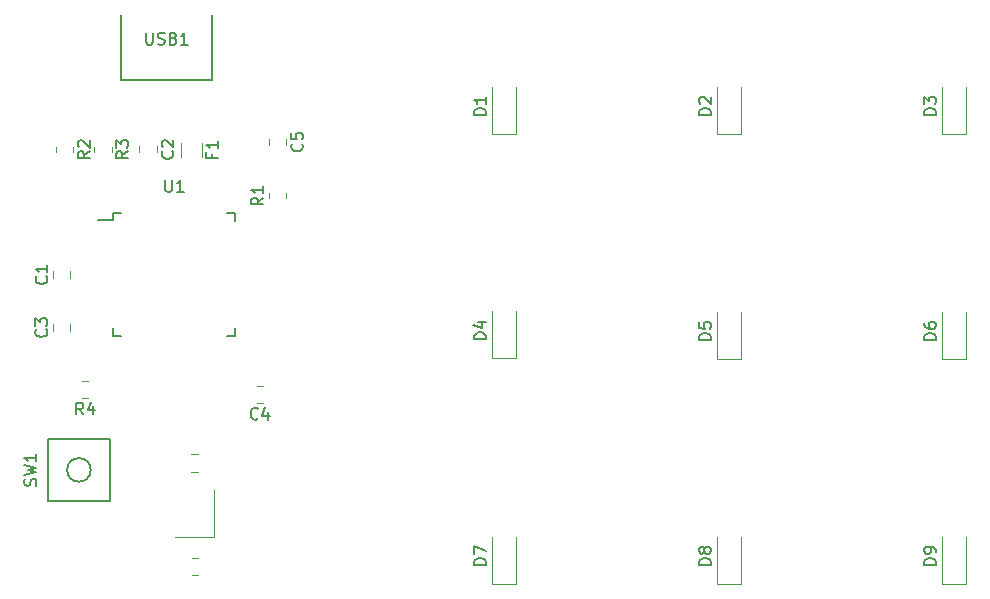
<source format=gbr>
%TF.GenerationSoftware,KiCad,Pcbnew,7.0.6*%
%TF.CreationDate,2023-07-30T22:10:22+02:00*%
%TF.ProjectId,Macropad,4d616372-6f70-4616-942e-6b696361645f,rev?*%
%TF.SameCoordinates,Original*%
%TF.FileFunction,Legend,Top*%
%TF.FilePolarity,Positive*%
%FSLAX46Y46*%
G04 Gerber Fmt 4.6, Leading zero omitted, Abs format (unit mm)*
G04 Created by KiCad (PCBNEW 7.0.6) date 2023-07-30 22:10:22*
%MOMM*%
%LPD*%
G01*
G04 APERTURE LIST*
%ADD10C,0.150000*%
%ADD11C,0.120000*%
G04 APERTURE END LIST*
D10*
X57180400Y-81344532D02*
X57228019Y-81201675D01*
X57228019Y-81201675D02*
X57228019Y-80963580D01*
X57228019Y-80963580D02*
X57180400Y-80868342D01*
X57180400Y-80868342D02*
X57132780Y-80820723D01*
X57132780Y-80820723D02*
X57037542Y-80773104D01*
X57037542Y-80773104D02*
X56942304Y-80773104D01*
X56942304Y-80773104D02*
X56847066Y-80820723D01*
X56847066Y-80820723D02*
X56799447Y-80868342D01*
X56799447Y-80868342D02*
X56751828Y-80963580D01*
X56751828Y-80963580D02*
X56704209Y-81154056D01*
X56704209Y-81154056D02*
X56656590Y-81249294D01*
X56656590Y-81249294D02*
X56608971Y-81296913D01*
X56608971Y-81296913D02*
X56513733Y-81344532D01*
X56513733Y-81344532D02*
X56418495Y-81344532D01*
X56418495Y-81344532D02*
X56323257Y-81296913D01*
X56323257Y-81296913D02*
X56275638Y-81249294D01*
X56275638Y-81249294D02*
X56228019Y-81154056D01*
X56228019Y-81154056D02*
X56228019Y-80915961D01*
X56228019Y-80915961D02*
X56275638Y-80773104D01*
X56228019Y-80439770D02*
X57228019Y-80201675D01*
X57228019Y-80201675D02*
X56513733Y-80011199D01*
X56513733Y-80011199D02*
X57228019Y-79820723D01*
X57228019Y-79820723D02*
X56228019Y-79582628D01*
X57228019Y-78677866D02*
X57228019Y-79249294D01*
X57228019Y-78963580D02*
X56228019Y-78963580D01*
X56228019Y-78963580D02*
X56370876Y-79058818D01*
X56370876Y-79058818D02*
X56466114Y-79154056D01*
X56466114Y-79154056D02*
X56513733Y-79249294D01*
X64995219Y-53049466D02*
X64519028Y-53382799D01*
X64995219Y-53620894D02*
X63995219Y-53620894D01*
X63995219Y-53620894D02*
X63995219Y-53239942D01*
X63995219Y-53239942D02*
X64042838Y-53144704D01*
X64042838Y-53144704D02*
X64090457Y-53097085D01*
X64090457Y-53097085D02*
X64185695Y-53049466D01*
X64185695Y-53049466D02*
X64328552Y-53049466D01*
X64328552Y-53049466D02*
X64423790Y-53097085D01*
X64423790Y-53097085D02*
X64471409Y-53144704D01*
X64471409Y-53144704D02*
X64519028Y-53239942D01*
X64519028Y-53239942D02*
X64519028Y-53620894D01*
X63995219Y-52716132D02*
X63995219Y-52097085D01*
X63995219Y-52097085D02*
X64376171Y-52430418D01*
X64376171Y-52430418D02*
X64376171Y-52287561D01*
X64376171Y-52287561D02*
X64423790Y-52192323D01*
X64423790Y-52192323D02*
X64471409Y-52144704D01*
X64471409Y-52144704D02*
X64566647Y-52097085D01*
X64566647Y-52097085D02*
X64804742Y-52097085D01*
X64804742Y-52097085D02*
X64899980Y-52144704D01*
X64899980Y-52144704D02*
X64947600Y-52192323D01*
X64947600Y-52192323D02*
X64995219Y-52287561D01*
X64995219Y-52287561D02*
X64995219Y-52573275D01*
X64995219Y-52573275D02*
X64947600Y-52668513D01*
X64947600Y-52668513D02*
X64899980Y-52716132D01*
X66524405Y-42999319D02*
X66524405Y-43808842D01*
X66524405Y-43808842D02*
X66572024Y-43904080D01*
X66572024Y-43904080D02*
X66619643Y-43951700D01*
X66619643Y-43951700D02*
X66714881Y-43999319D01*
X66714881Y-43999319D02*
X66905357Y-43999319D01*
X66905357Y-43999319D02*
X67000595Y-43951700D01*
X67000595Y-43951700D02*
X67048214Y-43904080D01*
X67048214Y-43904080D02*
X67095833Y-43808842D01*
X67095833Y-43808842D02*
X67095833Y-42999319D01*
X67524405Y-43951700D02*
X67667262Y-43999319D01*
X67667262Y-43999319D02*
X67905357Y-43999319D01*
X67905357Y-43999319D02*
X68000595Y-43951700D01*
X68000595Y-43951700D02*
X68048214Y-43904080D01*
X68048214Y-43904080D02*
X68095833Y-43808842D01*
X68095833Y-43808842D02*
X68095833Y-43713604D01*
X68095833Y-43713604D02*
X68048214Y-43618366D01*
X68048214Y-43618366D02*
X68000595Y-43570747D01*
X68000595Y-43570747D02*
X67905357Y-43523128D01*
X67905357Y-43523128D02*
X67714881Y-43475509D01*
X67714881Y-43475509D02*
X67619643Y-43427890D01*
X67619643Y-43427890D02*
X67572024Y-43380271D01*
X67572024Y-43380271D02*
X67524405Y-43285033D01*
X67524405Y-43285033D02*
X67524405Y-43189795D01*
X67524405Y-43189795D02*
X67572024Y-43094557D01*
X67572024Y-43094557D02*
X67619643Y-43046938D01*
X67619643Y-43046938D02*
X67714881Y-42999319D01*
X67714881Y-42999319D02*
X67952976Y-42999319D01*
X67952976Y-42999319D02*
X68095833Y-43046938D01*
X68857738Y-43475509D02*
X69000595Y-43523128D01*
X69000595Y-43523128D02*
X69048214Y-43570747D01*
X69048214Y-43570747D02*
X69095833Y-43665985D01*
X69095833Y-43665985D02*
X69095833Y-43808842D01*
X69095833Y-43808842D02*
X69048214Y-43904080D01*
X69048214Y-43904080D02*
X69000595Y-43951700D01*
X69000595Y-43951700D02*
X68905357Y-43999319D01*
X68905357Y-43999319D02*
X68524405Y-43999319D01*
X68524405Y-43999319D02*
X68524405Y-42999319D01*
X68524405Y-42999319D02*
X68857738Y-42999319D01*
X68857738Y-42999319D02*
X68952976Y-43046938D01*
X68952976Y-43046938D02*
X69000595Y-43094557D01*
X69000595Y-43094557D02*
X69048214Y-43189795D01*
X69048214Y-43189795D02*
X69048214Y-43285033D01*
X69048214Y-43285033D02*
X69000595Y-43380271D01*
X69000595Y-43380271D02*
X68952976Y-43427890D01*
X68952976Y-43427890D02*
X68857738Y-43475509D01*
X68857738Y-43475509D02*
X68524405Y-43475509D01*
X70048214Y-43999319D02*
X69476786Y-43999319D01*
X69762500Y-43999319D02*
X69762500Y-42999319D01*
X69762500Y-42999319D02*
X69667262Y-43142176D01*
X69667262Y-43142176D02*
X69572024Y-43237414D01*
X69572024Y-43237414D02*
X69476786Y-43285033D01*
X68150595Y-55473569D02*
X68150595Y-56283092D01*
X68150595Y-56283092D02*
X68198214Y-56378330D01*
X68198214Y-56378330D02*
X68245833Y-56425950D01*
X68245833Y-56425950D02*
X68341071Y-56473569D01*
X68341071Y-56473569D02*
X68531547Y-56473569D01*
X68531547Y-56473569D02*
X68626785Y-56425950D01*
X68626785Y-56425950D02*
X68674404Y-56378330D01*
X68674404Y-56378330D02*
X68722023Y-56283092D01*
X68722023Y-56283092D02*
X68722023Y-55473569D01*
X69722023Y-56473569D02*
X69150595Y-56473569D01*
X69436309Y-56473569D02*
X69436309Y-55473569D01*
X69436309Y-55473569D02*
X69341071Y-55616426D01*
X69341071Y-55616426D02*
X69245833Y-55711664D01*
X69245833Y-55711664D02*
X69150595Y-55759283D01*
X61201633Y-75307619D02*
X60868300Y-74831428D01*
X60630205Y-75307619D02*
X60630205Y-74307619D01*
X60630205Y-74307619D02*
X61011157Y-74307619D01*
X61011157Y-74307619D02*
X61106395Y-74355238D01*
X61106395Y-74355238D02*
X61154014Y-74402857D01*
X61154014Y-74402857D02*
X61201633Y-74498095D01*
X61201633Y-74498095D02*
X61201633Y-74640952D01*
X61201633Y-74640952D02*
X61154014Y-74736190D01*
X61154014Y-74736190D02*
X61106395Y-74783809D01*
X61106395Y-74783809D02*
X61011157Y-74831428D01*
X61011157Y-74831428D02*
X60630205Y-74831428D01*
X62058776Y-74640952D02*
X62058776Y-75307619D01*
X61820681Y-74260000D02*
X61582586Y-74974285D01*
X61582586Y-74974285D02*
X62201633Y-74974285D01*
X61744019Y-53047566D02*
X61267828Y-53380899D01*
X61744019Y-53618994D02*
X60744019Y-53618994D01*
X60744019Y-53618994D02*
X60744019Y-53238042D01*
X60744019Y-53238042D02*
X60791638Y-53142804D01*
X60791638Y-53142804D02*
X60839257Y-53095185D01*
X60839257Y-53095185D02*
X60934495Y-53047566D01*
X60934495Y-53047566D02*
X61077352Y-53047566D01*
X61077352Y-53047566D02*
X61172590Y-53095185D01*
X61172590Y-53095185D02*
X61220209Y-53142804D01*
X61220209Y-53142804D02*
X61267828Y-53238042D01*
X61267828Y-53238042D02*
X61267828Y-53618994D01*
X60839257Y-52666613D02*
X60791638Y-52618994D01*
X60791638Y-52618994D02*
X60744019Y-52523756D01*
X60744019Y-52523756D02*
X60744019Y-52285661D01*
X60744019Y-52285661D02*
X60791638Y-52190423D01*
X60791638Y-52190423D02*
X60839257Y-52142804D01*
X60839257Y-52142804D02*
X60934495Y-52095185D01*
X60934495Y-52095185D02*
X61029733Y-52095185D01*
X61029733Y-52095185D02*
X61172590Y-52142804D01*
X61172590Y-52142804D02*
X61744019Y-52714232D01*
X61744019Y-52714232D02*
X61744019Y-52095185D01*
X76448569Y-56959166D02*
X75972378Y-57292499D01*
X76448569Y-57530594D02*
X75448569Y-57530594D01*
X75448569Y-57530594D02*
X75448569Y-57149642D01*
X75448569Y-57149642D02*
X75496188Y-57054404D01*
X75496188Y-57054404D02*
X75543807Y-57006785D01*
X75543807Y-57006785D02*
X75639045Y-56959166D01*
X75639045Y-56959166D02*
X75781902Y-56959166D01*
X75781902Y-56959166D02*
X75877140Y-57006785D01*
X75877140Y-57006785D02*
X75924759Y-57054404D01*
X75924759Y-57054404D02*
X75972378Y-57149642D01*
X75972378Y-57149642D02*
X75972378Y-57530594D01*
X76448569Y-56006785D02*
X76448569Y-56578213D01*
X76448569Y-56292499D02*
X75448569Y-56292499D01*
X75448569Y-56292499D02*
X75591426Y-56387737D01*
X75591426Y-56387737D02*
X75686664Y-56482975D01*
X75686664Y-56482975D02*
X75734283Y-56578213D01*
X72109009Y-53244533D02*
X72109009Y-53577866D01*
X72632819Y-53577866D02*
X71632819Y-53577866D01*
X71632819Y-53577866D02*
X71632819Y-53101676D01*
X72632819Y-52196914D02*
X72632819Y-52768342D01*
X72632819Y-52482628D02*
X71632819Y-52482628D01*
X71632819Y-52482628D02*
X71775676Y-52577866D01*
X71775676Y-52577866D02*
X71870914Y-52673104D01*
X71870914Y-52673104D02*
X71918533Y-52768342D01*
X133392319Y-88050594D02*
X132392319Y-88050594D01*
X132392319Y-88050594D02*
X132392319Y-87812499D01*
X132392319Y-87812499D02*
X132439938Y-87669642D01*
X132439938Y-87669642D02*
X132535176Y-87574404D01*
X132535176Y-87574404D02*
X132630414Y-87526785D01*
X132630414Y-87526785D02*
X132820890Y-87479166D01*
X132820890Y-87479166D02*
X132963747Y-87479166D01*
X132963747Y-87479166D02*
X133154223Y-87526785D01*
X133154223Y-87526785D02*
X133249461Y-87574404D01*
X133249461Y-87574404D02*
X133344700Y-87669642D01*
X133344700Y-87669642D02*
X133392319Y-87812499D01*
X133392319Y-87812499D02*
X133392319Y-88050594D01*
X133392319Y-87002975D02*
X133392319Y-86812499D01*
X133392319Y-86812499D02*
X133344700Y-86717261D01*
X133344700Y-86717261D02*
X133297080Y-86669642D01*
X133297080Y-86669642D02*
X133154223Y-86574404D01*
X133154223Y-86574404D02*
X132963747Y-86526785D01*
X132963747Y-86526785D02*
X132582795Y-86526785D01*
X132582795Y-86526785D02*
X132487557Y-86574404D01*
X132487557Y-86574404D02*
X132439938Y-86622023D01*
X132439938Y-86622023D02*
X132392319Y-86717261D01*
X132392319Y-86717261D02*
X132392319Y-86907737D01*
X132392319Y-86907737D02*
X132439938Y-87002975D01*
X132439938Y-87002975D02*
X132487557Y-87050594D01*
X132487557Y-87050594D02*
X132582795Y-87098213D01*
X132582795Y-87098213D02*
X132820890Y-87098213D01*
X132820890Y-87098213D02*
X132916128Y-87050594D01*
X132916128Y-87050594D02*
X132963747Y-87002975D01*
X132963747Y-87002975D02*
X133011366Y-86907737D01*
X133011366Y-86907737D02*
X133011366Y-86717261D01*
X133011366Y-86717261D02*
X132963747Y-86622023D01*
X132963747Y-86622023D02*
X132916128Y-86574404D01*
X132916128Y-86574404D02*
X132820890Y-86526785D01*
X114342319Y-88050594D02*
X113342319Y-88050594D01*
X113342319Y-88050594D02*
X113342319Y-87812499D01*
X113342319Y-87812499D02*
X113389938Y-87669642D01*
X113389938Y-87669642D02*
X113485176Y-87574404D01*
X113485176Y-87574404D02*
X113580414Y-87526785D01*
X113580414Y-87526785D02*
X113770890Y-87479166D01*
X113770890Y-87479166D02*
X113913747Y-87479166D01*
X113913747Y-87479166D02*
X114104223Y-87526785D01*
X114104223Y-87526785D02*
X114199461Y-87574404D01*
X114199461Y-87574404D02*
X114294700Y-87669642D01*
X114294700Y-87669642D02*
X114342319Y-87812499D01*
X114342319Y-87812499D02*
X114342319Y-88050594D01*
X113770890Y-86907737D02*
X113723271Y-87002975D01*
X113723271Y-87002975D02*
X113675652Y-87050594D01*
X113675652Y-87050594D02*
X113580414Y-87098213D01*
X113580414Y-87098213D02*
X113532795Y-87098213D01*
X113532795Y-87098213D02*
X113437557Y-87050594D01*
X113437557Y-87050594D02*
X113389938Y-87002975D01*
X113389938Y-87002975D02*
X113342319Y-86907737D01*
X113342319Y-86907737D02*
X113342319Y-86717261D01*
X113342319Y-86717261D02*
X113389938Y-86622023D01*
X113389938Y-86622023D02*
X113437557Y-86574404D01*
X113437557Y-86574404D02*
X113532795Y-86526785D01*
X113532795Y-86526785D02*
X113580414Y-86526785D01*
X113580414Y-86526785D02*
X113675652Y-86574404D01*
X113675652Y-86574404D02*
X113723271Y-86622023D01*
X113723271Y-86622023D02*
X113770890Y-86717261D01*
X113770890Y-86717261D02*
X113770890Y-86907737D01*
X113770890Y-86907737D02*
X113818509Y-87002975D01*
X113818509Y-87002975D02*
X113866128Y-87050594D01*
X113866128Y-87050594D02*
X113961366Y-87098213D01*
X113961366Y-87098213D02*
X114151842Y-87098213D01*
X114151842Y-87098213D02*
X114247080Y-87050594D01*
X114247080Y-87050594D02*
X114294700Y-87002975D01*
X114294700Y-87002975D02*
X114342319Y-86907737D01*
X114342319Y-86907737D02*
X114342319Y-86717261D01*
X114342319Y-86717261D02*
X114294700Y-86622023D01*
X114294700Y-86622023D02*
X114247080Y-86574404D01*
X114247080Y-86574404D02*
X114151842Y-86526785D01*
X114151842Y-86526785D02*
X113961366Y-86526785D01*
X113961366Y-86526785D02*
X113866128Y-86574404D01*
X113866128Y-86574404D02*
X113818509Y-86622023D01*
X113818509Y-86622023D02*
X113770890Y-86717261D01*
X95292319Y-88050594D02*
X94292319Y-88050594D01*
X94292319Y-88050594D02*
X94292319Y-87812499D01*
X94292319Y-87812499D02*
X94339938Y-87669642D01*
X94339938Y-87669642D02*
X94435176Y-87574404D01*
X94435176Y-87574404D02*
X94530414Y-87526785D01*
X94530414Y-87526785D02*
X94720890Y-87479166D01*
X94720890Y-87479166D02*
X94863747Y-87479166D01*
X94863747Y-87479166D02*
X95054223Y-87526785D01*
X95054223Y-87526785D02*
X95149461Y-87574404D01*
X95149461Y-87574404D02*
X95244700Y-87669642D01*
X95244700Y-87669642D02*
X95292319Y-87812499D01*
X95292319Y-87812499D02*
X95292319Y-88050594D01*
X94292319Y-87145832D02*
X94292319Y-86479166D01*
X94292319Y-86479166D02*
X95292319Y-86907737D01*
X133392319Y-69000594D02*
X132392319Y-69000594D01*
X132392319Y-69000594D02*
X132392319Y-68762499D01*
X132392319Y-68762499D02*
X132439938Y-68619642D01*
X132439938Y-68619642D02*
X132535176Y-68524404D01*
X132535176Y-68524404D02*
X132630414Y-68476785D01*
X132630414Y-68476785D02*
X132820890Y-68429166D01*
X132820890Y-68429166D02*
X132963747Y-68429166D01*
X132963747Y-68429166D02*
X133154223Y-68476785D01*
X133154223Y-68476785D02*
X133249461Y-68524404D01*
X133249461Y-68524404D02*
X133344700Y-68619642D01*
X133344700Y-68619642D02*
X133392319Y-68762499D01*
X133392319Y-68762499D02*
X133392319Y-69000594D01*
X132392319Y-67572023D02*
X132392319Y-67762499D01*
X132392319Y-67762499D02*
X132439938Y-67857737D01*
X132439938Y-67857737D02*
X132487557Y-67905356D01*
X132487557Y-67905356D02*
X132630414Y-68000594D01*
X132630414Y-68000594D02*
X132820890Y-68048213D01*
X132820890Y-68048213D02*
X133201842Y-68048213D01*
X133201842Y-68048213D02*
X133297080Y-68000594D01*
X133297080Y-68000594D02*
X133344700Y-67952975D01*
X133344700Y-67952975D02*
X133392319Y-67857737D01*
X133392319Y-67857737D02*
X133392319Y-67667261D01*
X133392319Y-67667261D02*
X133344700Y-67572023D01*
X133344700Y-67572023D02*
X133297080Y-67524404D01*
X133297080Y-67524404D02*
X133201842Y-67476785D01*
X133201842Y-67476785D02*
X132963747Y-67476785D01*
X132963747Y-67476785D02*
X132868509Y-67524404D01*
X132868509Y-67524404D02*
X132820890Y-67572023D01*
X132820890Y-67572023D02*
X132773271Y-67667261D01*
X132773271Y-67667261D02*
X132773271Y-67857737D01*
X132773271Y-67857737D02*
X132820890Y-67952975D01*
X132820890Y-67952975D02*
X132868509Y-68000594D01*
X132868509Y-68000594D02*
X132963747Y-68048213D01*
X114342319Y-69000594D02*
X113342319Y-69000594D01*
X113342319Y-69000594D02*
X113342319Y-68762499D01*
X113342319Y-68762499D02*
X113389938Y-68619642D01*
X113389938Y-68619642D02*
X113485176Y-68524404D01*
X113485176Y-68524404D02*
X113580414Y-68476785D01*
X113580414Y-68476785D02*
X113770890Y-68429166D01*
X113770890Y-68429166D02*
X113913747Y-68429166D01*
X113913747Y-68429166D02*
X114104223Y-68476785D01*
X114104223Y-68476785D02*
X114199461Y-68524404D01*
X114199461Y-68524404D02*
X114294700Y-68619642D01*
X114294700Y-68619642D02*
X114342319Y-68762499D01*
X114342319Y-68762499D02*
X114342319Y-69000594D01*
X113342319Y-67524404D02*
X113342319Y-68000594D01*
X113342319Y-68000594D02*
X113818509Y-68048213D01*
X113818509Y-68048213D02*
X113770890Y-68000594D01*
X113770890Y-68000594D02*
X113723271Y-67905356D01*
X113723271Y-67905356D02*
X113723271Y-67667261D01*
X113723271Y-67667261D02*
X113770890Y-67572023D01*
X113770890Y-67572023D02*
X113818509Y-67524404D01*
X113818509Y-67524404D02*
X113913747Y-67476785D01*
X113913747Y-67476785D02*
X114151842Y-67476785D01*
X114151842Y-67476785D02*
X114247080Y-67524404D01*
X114247080Y-67524404D02*
X114294700Y-67572023D01*
X114294700Y-67572023D02*
X114342319Y-67667261D01*
X114342319Y-67667261D02*
X114342319Y-67905356D01*
X114342319Y-67905356D02*
X114294700Y-68000594D01*
X114294700Y-68000594D02*
X114247080Y-68048213D01*
X95292319Y-68938094D02*
X94292319Y-68938094D01*
X94292319Y-68938094D02*
X94292319Y-68699999D01*
X94292319Y-68699999D02*
X94339938Y-68557142D01*
X94339938Y-68557142D02*
X94435176Y-68461904D01*
X94435176Y-68461904D02*
X94530414Y-68414285D01*
X94530414Y-68414285D02*
X94720890Y-68366666D01*
X94720890Y-68366666D02*
X94863747Y-68366666D01*
X94863747Y-68366666D02*
X95054223Y-68414285D01*
X95054223Y-68414285D02*
X95149461Y-68461904D01*
X95149461Y-68461904D02*
X95244700Y-68557142D01*
X95244700Y-68557142D02*
X95292319Y-68699999D01*
X95292319Y-68699999D02*
X95292319Y-68938094D01*
X94625652Y-67509523D02*
X95292319Y-67509523D01*
X94244700Y-67747618D02*
X94958985Y-67985713D01*
X94958985Y-67985713D02*
X94958985Y-67366666D01*
X133392319Y-49950594D02*
X132392319Y-49950594D01*
X132392319Y-49950594D02*
X132392319Y-49712499D01*
X132392319Y-49712499D02*
X132439938Y-49569642D01*
X132439938Y-49569642D02*
X132535176Y-49474404D01*
X132535176Y-49474404D02*
X132630414Y-49426785D01*
X132630414Y-49426785D02*
X132820890Y-49379166D01*
X132820890Y-49379166D02*
X132963747Y-49379166D01*
X132963747Y-49379166D02*
X133154223Y-49426785D01*
X133154223Y-49426785D02*
X133249461Y-49474404D01*
X133249461Y-49474404D02*
X133344700Y-49569642D01*
X133344700Y-49569642D02*
X133392319Y-49712499D01*
X133392319Y-49712499D02*
X133392319Y-49950594D01*
X132392319Y-49045832D02*
X132392319Y-48426785D01*
X132392319Y-48426785D02*
X132773271Y-48760118D01*
X132773271Y-48760118D02*
X132773271Y-48617261D01*
X132773271Y-48617261D02*
X132820890Y-48522023D01*
X132820890Y-48522023D02*
X132868509Y-48474404D01*
X132868509Y-48474404D02*
X132963747Y-48426785D01*
X132963747Y-48426785D02*
X133201842Y-48426785D01*
X133201842Y-48426785D02*
X133297080Y-48474404D01*
X133297080Y-48474404D02*
X133344700Y-48522023D01*
X133344700Y-48522023D02*
X133392319Y-48617261D01*
X133392319Y-48617261D02*
X133392319Y-48902975D01*
X133392319Y-48902975D02*
X133344700Y-48998213D01*
X133344700Y-48998213D02*
X133297080Y-49045832D01*
X114342319Y-49950594D02*
X113342319Y-49950594D01*
X113342319Y-49950594D02*
X113342319Y-49712499D01*
X113342319Y-49712499D02*
X113389938Y-49569642D01*
X113389938Y-49569642D02*
X113485176Y-49474404D01*
X113485176Y-49474404D02*
X113580414Y-49426785D01*
X113580414Y-49426785D02*
X113770890Y-49379166D01*
X113770890Y-49379166D02*
X113913747Y-49379166D01*
X113913747Y-49379166D02*
X114104223Y-49426785D01*
X114104223Y-49426785D02*
X114199461Y-49474404D01*
X114199461Y-49474404D02*
X114294700Y-49569642D01*
X114294700Y-49569642D02*
X114342319Y-49712499D01*
X114342319Y-49712499D02*
X114342319Y-49950594D01*
X113437557Y-48998213D02*
X113389938Y-48950594D01*
X113389938Y-48950594D02*
X113342319Y-48855356D01*
X113342319Y-48855356D02*
X113342319Y-48617261D01*
X113342319Y-48617261D02*
X113389938Y-48522023D01*
X113389938Y-48522023D02*
X113437557Y-48474404D01*
X113437557Y-48474404D02*
X113532795Y-48426785D01*
X113532795Y-48426785D02*
X113628033Y-48426785D01*
X113628033Y-48426785D02*
X113770890Y-48474404D01*
X113770890Y-48474404D02*
X114342319Y-49045832D01*
X114342319Y-49045832D02*
X114342319Y-48426785D01*
X95292319Y-49950594D02*
X94292319Y-49950594D01*
X94292319Y-49950594D02*
X94292319Y-49712499D01*
X94292319Y-49712499D02*
X94339938Y-49569642D01*
X94339938Y-49569642D02*
X94435176Y-49474404D01*
X94435176Y-49474404D02*
X94530414Y-49426785D01*
X94530414Y-49426785D02*
X94720890Y-49379166D01*
X94720890Y-49379166D02*
X94863747Y-49379166D01*
X94863747Y-49379166D02*
X95054223Y-49426785D01*
X95054223Y-49426785D02*
X95149461Y-49474404D01*
X95149461Y-49474404D02*
X95244700Y-49569642D01*
X95244700Y-49569642D02*
X95292319Y-49712499D01*
X95292319Y-49712499D02*
X95292319Y-49950594D01*
X95292319Y-48426785D02*
X95292319Y-48998213D01*
X95292319Y-48712499D02*
X94292319Y-48712499D01*
X94292319Y-48712499D02*
X94435176Y-48807737D01*
X94435176Y-48807737D02*
X94530414Y-48902975D01*
X94530414Y-48902975D02*
X94578033Y-48998213D01*
X79712780Y-52404266D02*
X79760400Y-52451885D01*
X79760400Y-52451885D02*
X79808019Y-52594742D01*
X79808019Y-52594742D02*
X79808019Y-52689980D01*
X79808019Y-52689980D02*
X79760400Y-52832837D01*
X79760400Y-52832837D02*
X79665161Y-52928075D01*
X79665161Y-52928075D02*
X79569923Y-52975694D01*
X79569923Y-52975694D02*
X79379447Y-53023313D01*
X79379447Y-53023313D02*
X79236590Y-53023313D01*
X79236590Y-53023313D02*
X79046114Y-52975694D01*
X79046114Y-52975694D02*
X78950876Y-52928075D01*
X78950876Y-52928075D02*
X78855638Y-52832837D01*
X78855638Y-52832837D02*
X78808019Y-52689980D01*
X78808019Y-52689980D02*
X78808019Y-52594742D01*
X78808019Y-52594742D02*
X78855638Y-52451885D01*
X78855638Y-52451885D02*
X78903257Y-52404266D01*
X78808019Y-51499504D02*
X78808019Y-51975694D01*
X78808019Y-51975694D02*
X79284209Y-52023313D01*
X79284209Y-52023313D02*
X79236590Y-51975694D01*
X79236590Y-51975694D02*
X79188971Y-51880456D01*
X79188971Y-51880456D02*
X79188971Y-51642361D01*
X79188971Y-51642361D02*
X79236590Y-51547123D01*
X79236590Y-51547123D02*
X79284209Y-51499504D01*
X79284209Y-51499504D02*
X79379447Y-51451885D01*
X79379447Y-51451885D02*
X79617542Y-51451885D01*
X79617542Y-51451885D02*
X79712780Y-51499504D01*
X79712780Y-51499504D02*
X79760400Y-51547123D01*
X79760400Y-51547123D02*
X79808019Y-51642361D01*
X79808019Y-51642361D02*
X79808019Y-51880456D01*
X79808019Y-51880456D02*
X79760400Y-51975694D01*
X79760400Y-51975694D02*
X79712780Y-52023313D01*
X75997733Y-75648780D02*
X75950114Y-75696400D01*
X75950114Y-75696400D02*
X75807257Y-75744019D01*
X75807257Y-75744019D02*
X75712019Y-75744019D01*
X75712019Y-75744019D02*
X75569162Y-75696400D01*
X75569162Y-75696400D02*
X75473924Y-75601161D01*
X75473924Y-75601161D02*
X75426305Y-75505923D01*
X75426305Y-75505923D02*
X75378686Y-75315447D01*
X75378686Y-75315447D02*
X75378686Y-75172590D01*
X75378686Y-75172590D02*
X75426305Y-74982114D01*
X75426305Y-74982114D02*
X75473924Y-74886876D01*
X75473924Y-74886876D02*
X75569162Y-74791638D01*
X75569162Y-74791638D02*
X75712019Y-74744019D01*
X75712019Y-74744019D02*
X75807257Y-74744019D01*
X75807257Y-74744019D02*
X75950114Y-74791638D01*
X75950114Y-74791638D02*
X75997733Y-74839257D01*
X76854876Y-75077352D02*
X76854876Y-75744019D01*
X76616781Y-74696400D02*
X76378686Y-75410685D01*
X76378686Y-75410685D02*
X76997733Y-75410685D01*
X58064780Y-68121866D02*
X58112400Y-68169485D01*
X58112400Y-68169485D02*
X58160019Y-68312342D01*
X58160019Y-68312342D02*
X58160019Y-68407580D01*
X58160019Y-68407580D02*
X58112400Y-68550437D01*
X58112400Y-68550437D02*
X58017161Y-68645675D01*
X58017161Y-68645675D02*
X57921923Y-68693294D01*
X57921923Y-68693294D02*
X57731447Y-68740913D01*
X57731447Y-68740913D02*
X57588590Y-68740913D01*
X57588590Y-68740913D02*
X57398114Y-68693294D01*
X57398114Y-68693294D02*
X57302876Y-68645675D01*
X57302876Y-68645675D02*
X57207638Y-68550437D01*
X57207638Y-68550437D02*
X57160019Y-68407580D01*
X57160019Y-68407580D02*
X57160019Y-68312342D01*
X57160019Y-68312342D02*
X57207638Y-68169485D01*
X57207638Y-68169485D02*
X57255257Y-68121866D01*
X57160019Y-67788532D02*
X57160019Y-67169485D01*
X57160019Y-67169485D02*
X57540971Y-67502818D01*
X57540971Y-67502818D02*
X57540971Y-67359961D01*
X57540971Y-67359961D02*
X57588590Y-67264723D01*
X57588590Y-67264723D02*
X57636209Y-67217104D01*
X57636209Y-67217104D02*
X57731447Y-67169485D01*
X57731447Y-67169485D02*
X57969542Y-67169485D01*
X57969542Y-67169485D02*
X58064780Y-67217104D01*
X58064780Y-67217104D02*
X58112400Y-67264723D01*
X58112400Y-67264723D02*
X58160019Y-67359961D01*
X58160019Y-67359961D02*
X58160019Y-67645675D01*
X58160019Y-67645675D02*
X58112400Y-67740913D01*
X58112400Y-67740913D02*
X58064780Y-67788532D01*
X68739980Y-53034266D02*
X68787600Y-53081885D01*
X68787600Y-53081885D02*
X68835219Y-53224742D01*
X68835219Y-53224742D02*
X68835219Y-53319980D01*
X68835219Y-53319980D02*
X68787600Y-53462837D01*
X68787600Y-53462837D02*
X68692361Y-53558075D01*
X68692361Y-53558075D02*
X68597123Y-53605694D01*
X68597123Y-53605694D02*
X68406647Y-53653313D01*
X68406647Y-53653313D02*
X68263790Y-53653313D01*
X68263790Y-53653313D02*
X68073314Y-53605694D01*
X68073314Y-53605694D02*
X67978076Y-53558075D01*
X67978076Y-53558075D02*
X67882838Y-53462837D01*
X67882838Y-53462837D02*
X67835219Y-53319980D01*
X67835219Y-53319980D02*
X67835219Y-53224742D01*
X67835219Y-53224742D02*
X67882838Y-53081885D01*
X67882838Y-53081885D02*
X67930457Y-53034266D01*
X67930457Y-52653313D02*
X67882838Y-52605694D01*
X67882838Y-52605694D02*
X67835219Y-52510456D01*
X67835219Y-52510456D02*
X67835219Y-52272361D01*
X67835219Y-52272361D02*
X67882838Y-52177123D01*
X67882838Y-52177123D02*
X67930457Y-52129504D01*
X67930457Y-52129504D02*
X68025695Y-52081885D01*
X68025695Y-52081885D02*
X68120933Y-52081885D01*
X68120933Y-52081885D02*
X68263790Y-52129504D01*
X68263790Y-52129504D02*
X68835219Y-52700932D01*
X68835219Y-52700932D02*
X68835219Y-52081885D01*
X58067080Y-63635416D02*
X58114700Y-63683035D01*
X58114700Y-63683035D02*
X58162319Y-63825892D01*
X58162319Y-63825892D02*
X58162319Y-63921130D01*
X58162319Y-63921130D02*
X58114700Y-64063987D01*
X58114700Y-64063987D02*
X58019461Y-64159225D01*
X58019461Y-64159225D02*
X57924223Y-64206844D01*
X57924223Y-64206844D02*
X57733747Y-64254463D01*
X57733747Y-64254463D02*
X57590890Y-64254463D01*
X57590890Y-64254463D02*
X57400414Y-64206844D01*
X57400414Y-64206844D02*
X57305176Y-64159225D01*
X57305176Y-64159225D02*
X57209938Y-64063987D01*
X57209938Y-64063987D02*
X57162319Y-63921130D01*
X57162319Y-63921130D02*
X57162319Y-63825892D01*
X57162319Y-63825892D02*
X57209938Y-63683035D01*
X57209938Y-63683035D02*
X57257557Y-63635416D01*
X58162319Y-62683035D02*
X58162319Y-63254463D01*
X58162319Y-62968749D02*
X57162319Y-62968749D01*
X57162319Y-62968749D02*
X57305176Y-63063987D01*
X57305176Y-63063987D02*
X57400414Y-63159225D01*
X57400414Y-63159225D02*
X57448033Y-63254463D01*
%TO.C,SW1*%
X61837200Y-80011200D02*
G75*
G03*
X61837200Y-80011200I-1000000J0D01*
G01*
X58237200Y-77411200D02*
X63437200Y-77411200D01*
X58237200Y-82611200D02*
X58237200Y-77411200D01*
X63437200Y-82611200D02*
X58237200Y-82611200D01*
X63437200Y-77411200D02*
X63437200Y-82611200D01*
D11*
%TO.C,R3*%
X62155400Y-52655736D02*
X62155400Y-53109864D01*
X63625400Y-52655736D02*
X63625400Y-53109864D01*
%TO.C,Y1*%
X72275600Y-85707150D02*
X72275600Y-81707150D01*
X68975600Y-85707150D02*
X72275600Y-85707150D01*
D10*
%TO.C,USB1*%
X72112500Y-41512500D02*
X72112500Y-46962500D01*
X64412500Y-41512500D02*
X64412500Y-46962500D01*
X72112500Y-46962500D02*
X64412500Y-46962500D01*
%TO.C,U1*%
X63737500Y-58293750D02*
X63737500Y-58868750D01*
X74087500Y-58293750D02*
X73412500Y-58293750D01*
X63737500Y-58868750D02*
X62462500Y-58868750D01*
X74087500Y-68643750D02*
X73412500Y-68643750D01*
X63737500Y-58293750D02*
X64412500Y-58293750D01*
X74087500Y-58293750D02*
X74087500Y-58968750D01*
X74087500Y-68643750D02*
X74087500Y-67968750D01*
X63737500Y-68643750D02*
X64412500Y-68643750D01*
X63737500Y-68643750D02*
X63737500Y-67968750D01*
D11*
%TO.C,R4*%
X61595364Y-73937800D02*
X61141236Y-73937800D01*
X61595364Y-72467800D02*
X61141236Y-72467800D01*
%TO.C,R2*%
X60374200Y-52653836D02*
X60374200Y-53107964D01*
X58904200Y-52653836D02*
X58904200Y-53107964D01*
%TO.C,R1*%
X78378750Y-57019564D02*
X78378750Y-56565436D01*
X76908750Y-57019564D02*
X76908750Y-56565436D01*
%TO.C,F1*%
X69448000Y-52309136D02*
X69448000Y-53513264D01*
X71268000Y-52309136D02*
X71268000Y-53513264D01*
%TO.C,D9*%
X135937500Y-89672500D02*
X135937500Y-85662500D01*
X133937500Y-89672500D02*
X133937500Y-85662500D01*
X133937500Y-89672500D02*
X135937500Y-89672500D01*
%TO.C,D8*%
X116887500Y-89672500D02*
X116887500Y-85662500D01*
X114887500Y-89672500D02*
X114887500Y-85662500D01*
X114887500Y-89672500D02*
X116887500Y-89672500D01*
%TO.C,D7*%
X97837500Y-89672500D02*
X97837500Y-85662500D01*
X95837500Y-89672500D02*
X95837500Y-85662500D01*
X95837500Y-89672500D02*
X97837500Y-89672500D01*
%TO.C,D6*%
X135937500Y-70622500D02*
X135937500Y-66612500D01*
X133937500Y-70622500D02*
X133937500Y-66612500D01*
X133937500Y-70622500D02*
X135937500Y-70622500D01*
%TO.C,D5*%
X116887500Y-70622500D02*
X116887500Y-66612500D01*
X114887500Y-70622500D02*
X114887500Y-66612500D01*
X114887500Y-70622500D02*
X116887500Y-70622500D01*
%TO.C,D4*%
X97837500Y-70560000D02*
X97837500Y-66550000D01*
X95837500Y-70560000D02*
X95837500Y-66550000D01*
X95837500Y-70560000D02*
X97837500Y-70560000D01*
%TO.C,D3*%
X135937500Y-51572500D02*
X135937500Y-47562500D01*
X133937500Y-51572500D02*
X133937500Y-47562500D01*
X133937500Y-51572500D02*
X135937500Y-51572500D01*
%TO.C,D2*%
X116887500Y-51572500D02*
X116887500Y-47562500D01*
X114887500Y-51572500D02*
X114887500Y-47562500D01*
X114887500Y-51572500D02*
X116887500Y-51572500D01*
%TO.C,D1*%
X97837500Y-51572500D02*
X97837500Y-47562500D01*
X95837500Y-51572500D02*
X95837500Y-47562500D01*
X95837500Y-51572500D02*
X97837500Y-51572500D01*
%TO.C,C7*%
X70888452Y-80167150D02*
X70365948Y-80167150D01*
X70888452Y-78697150D02*
X70365948Y-78697150D01*
%TO.C,C6*%
X70939252Y-87428400D02*
X70416748Y-87428400D01*
X70939252Y-88898400D02*
X70416748Y-88898400D01*
%TO.C,C5*%
X78408200Y-51976348D02*
X78408200Y-52498852D01*
X76938200Y-51976348D02*
X76938200Y-52498852D01*
%TO.C,C4*%
X76425652Y-72874200D02*
X75903148Y-72874200D01*
X76425652Y-74344200D02*
X75903148Y-74344200D01*
%TO.C,C3*%
X60120200Y-68216452D02*
X60120200Y-67693948D01*
X58650200Y-68216452D02*
X58650200Y-67693948D01*
%TO.C,C2*%
X67435400Y-52606348D02*
X67435400Y-53128852D01*
X65965400Y-52606348D02*
X65965400Y-53128852D01*
%TO.C,C1*%
X58652500Y-63730002D02*
X58652500Y-63207498D01*
X60122500Y-63730002D02*
X60122500Y-63207498D01*
%TD*%
M02*

</source>
